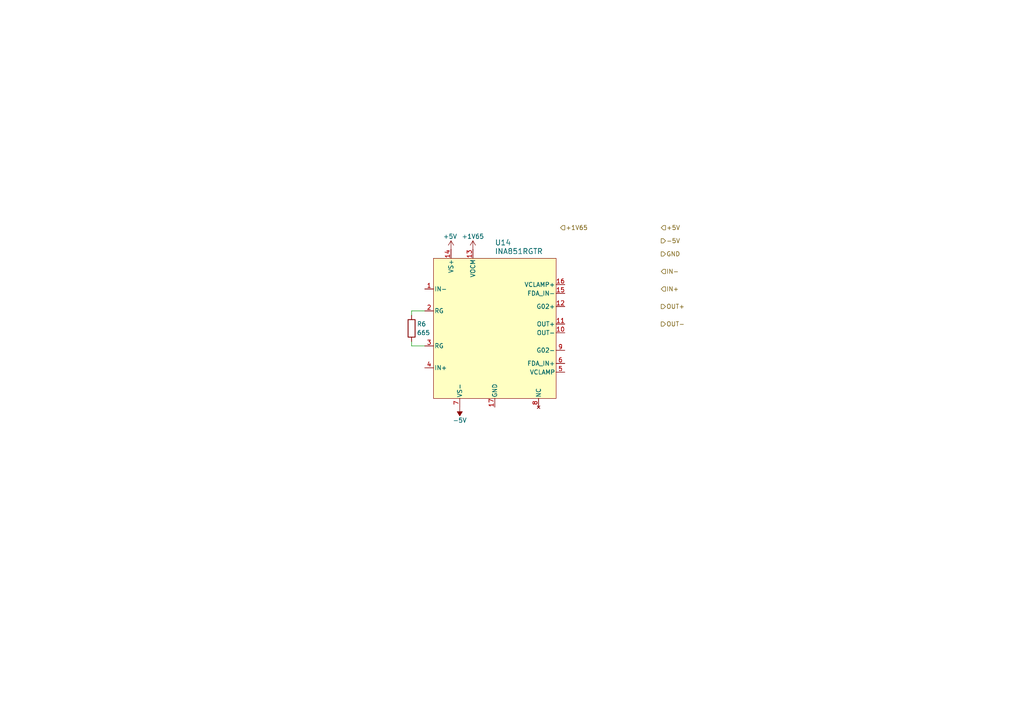
<source format=kicad_sch>
(kicad_sch (version 20250114) (generator "eeschema") (generator_version "9.0")
  (paper "A4")
  (lib_symbols
    (symbol "Device:R" (pin_numbers (hide yes)) (pin_names (offset 0))
      (property "Reference" "R" (at 2.032 0 90))
      (property "Value" "R" (at 0 0 90))
      (symbol "R_0_1"
        (rectangle (start -1.016 -2.54) (end 1.016 2.54) (stroke (width 0.254)))
      )
      (symbol "R_1_1"
        (pin passive line (at 0 3.81 270) (length 1.27) (name "~") (number "1"))
        (pin passive line (at 0 -3.81 90) (length 1.27) (name "~") (number "2"))
      )
    )
    (symbol "Imported_kicad_schematic:INA851RGTR" (pin_names (offset 0.254))
      (property "Reference" "U5" (at 0 24.892 0))
      (property "Value" "INA851RGTR" (at 0 22.352 0))
      (symbol "INA851RGTR_1_1"
        (rectangle (start -17.78 20.32) (end 17.78 -20.32) (fill (type background)))
        (pin input line (at -20.32 11.43 0) (length 2.54) (name "IN-") (number "1"))
        (pin unspecified line (at -20.32 5.08 0) (length 2.54) (name "RG") (number "2"))
        (pin unspecified line (at -20.32 -5.08 0) (length 2.54) (name "RG") (number "3"))
        (pin input line (at -20.32 -11.43 0) (length 2.54) (name "IN+") (number "4"))
        (pin power_in line (at -12.7 22.86 270) (length 2.54) (name "VS+") (number "14"))
        (pin power_out line (at -10.16 -22.86 90) (length 2.54) (name "VS-") (number "7"))
        (pin input line (at -6.35 22.86 270) (length 2.54) (name "VOCM") (number "13"))
        (pin power_out line (at 0 -22.86 90) (length 2.54) (name "GND") (number "17"))
        (pin no_connect line (at 12.7 -22.86 90) (length 2.54) (name "NC") (number "8"))
        (pin input line (at 20.32 12.7 180) (length 2.54) (name "VCLAMP+") (number "16"))
        (pin input line (at 20.32 10.16 180) (length 2.54) (name "FDA_IN-") (number "15"))
        (pin bidirectional line (at 20.32 6.35 180) (length 2.54) (name "G02+") (number "12"))
        (pin output line (at 20.32 1.27 180) (length 2.54) (name "OUT+") (number "11"))
        (pin output line (at 20.32 -1.27 180) (length 2.54) (name "OUT-") (number "10"))
        (pin bidirectional line (at 20.32 -6.35 180) (length 2.54) (name "G02-") (number "9"))
        (pin input line (at 20.32 -10.16 180) (length 2.54) (name "FDA_IN+") (number "6"))
        (pin input line (at 20.32 -12.7 180) (length 2.54) (name "VCLAMP") (number "5"))
      )
    )
    (symbol "power:+1V5" (power) (pin_numbers (hide yes)) (pin_names (offset 0) (hide yes))
      (property "Value" "+1V5" (at 0 3.556 0))
      (symbol "+1V5_0_1"
        (polyline (pts (xy -0.762 1.27) (xy 0 2.54)))
        (polyline (pts (xy 0 2.54) (xy 0.762 1.27)))
        (polyline (pts (xy 0 0) (xy 0 2.54)))
      )
      (symbol "+1V5_1_1"
        (pin power_in line (at 0 0 90) (length 0) (name "~") (number "1"))
      )
    )
    (symbol "power:+5V" (power) (pin_numbers (hide yes)) (pin_names (offset 0) (hide yes))
      (property "Value" "+5V" (at 0 3.556 0))
      (symbol "+5V_0_1"
        (polyline (pts (xy -0.762 1.27) (xy 0 2.54)))
        (polyline (pts (xy 0 2.54) (xy 0.762 1.27)))
        (polyline (pts (xy 0 0) (xy 0 2.54)))
      )
      (symbol "+5V_1_1"
        (pin power_in line (at 0 0 90) (length 0) (name "~") (number "1"))
      )
    )
    (symbol "power:-5V" (power) (pin_numbers (hide yes)) (pin_names (offset 0) (hide yes))
      (property "Value" "-5V" (at 0 3.556 0))
      (symbol "-5V_0_0"
        (pin power_in line (at 0 0 90) (length 0) (name "~") (number "1"))
      )
      (symbol "-5V_0_1"
        (polyline (pts (xy 0 0) (xy 0 1.27) (xy 0.762 1.27) (xy 0 2.54) (xy -0.762 1.27) (xy 0 1.27)) (fill (type outline)))
      )
    )
  )
  (wire (pts (xy 123.19 100.33) (xy 119.38 100.33)))
  (wire (pts (xy 123.19 90.17) (xy 119.38 90.17)))
  (wire (pts (xy 119.38 90.17) (xy 119.38 91.44)))
  (wire (pts (xy 119.38 100.33) (xy 119.38 99.06)))
  (hierarchical_label "GND" (shape output) (at 191.77 73.66 0))
  (hierarchical_label "OUT-" (shape output) (at 191.77 93.98 0))
  (hierarchical_label "OUT+" (shape output) (at 191.77 88.9 0))
  (hierarchical_label "+1V65" (shape input) (at 162.56 66.04 0))
  (hierarchical_label "+5V" (shape input) (at 191.77 66.04 0))
  (hierarchical_label "IN-" (shape input) (at 191.77 78.74 0))
  (hierarchical_label "IN+" (shape input) (at 191.77 83.82 0))
  (hierarchical_label "-5V" (shape output) (at 191.77 69.85 0))
  (symbol (lib_id "power:+5V") (at 130.81 72.39 0) (unit 1)
    (property "Reference" "#PWR035" (effects (hide yes)))
    (property "Value" "+5V" (at 130.556 68.58 0))
    (property "Description" "Power symbol creates a global label with name \"+5V\"" (effects (hide yes)))
    (instances (project "MMR_Pod_V1" (path "" (reference "#PWR043") (unit 1)) (path "" (reference "#PWR035") (unit 1)) (path "" (reference "#PWR033") (unit 1))))
  )
  (symbol (lib_id "Imported_kicad_schematic:INA851RGTR") (at 143.51 95.25 0) (unit 1)
    (property "Reference" "U?" (at 143.51 70.358 0) (effects (font (size 1.524 1.524)) (justify left)))
    (property "Value" "INA851RGTR" (at 143.51 72.898 0) (effects (font (size 1.524 1.524)) (justify left)))
    (property "Footprint" "VQFN16_RGT_TEX" (effects (hide yes)))
    (property "Datasheet" "INA851RGTR" (effects (hide yes)))
    (instances (project "MMR_Pod_V1" (path "" (reference "U14") (unit 1)) (path "" (reference "U?") (unit 1)) (path "" (reference "U7") (unit 1))))
  )
  (symbol (lib_id "power:-5V") (at 133.35 118.11 180) (unit 1)
    (property "Reference" "#PWR037" (effects (hide yes)))
    (property "Value" "-5V" (at 133.35 121.92 0))
    (property "Description" "Power symbol creates a global label with name \"-5V\"" (effects (hide yes)))
    (instances (project "MMR_Pod_V1" (path "" (reference "#PWR044") (unit 1)) (path "" (reference "#PWR037") (unit 1)) (path "" (reference "#PWR034") (unit 1))))
  )
  (symbol (lib_id "Device:R") (at 119.38 95.25 0) (unit 1)
    (property "Reference" "R?" (at 120.904 93.98 0) (effects (justify left)))
    (property "Value" "665" (at 120.904 96.52 0) (effects (justify left)))
    (property "Description" "Resistor" (effects (hide yes)))
    (instances (project "MMR_Pod_V1" (path "" (reference "R6") (unit 1)) (path "" (reference "R?") (unit 1)) (path "" (reference "R4") (unit 1))))
  )
  (symbol (lib_id "power:+1V5") (at 137.16 72.39 0) (unit 1)
    (property "Reference" "#PWR036" (effects (hide yes)))
    (property "Value" "+1V65" (at 137.16 68.58 0))
    (property "Description" "Power symbol creates a global label with name \"+1V5\"" (effects (hide yes)))
    (instances (project "MMR_Pod_V1" (path "" (reference "#PWR045") (unit 1)) (path "" (reference "#PWR036") (unit 1)) (path "" (reference "#PWR038") (unit 1))))
  )
)
</source>
